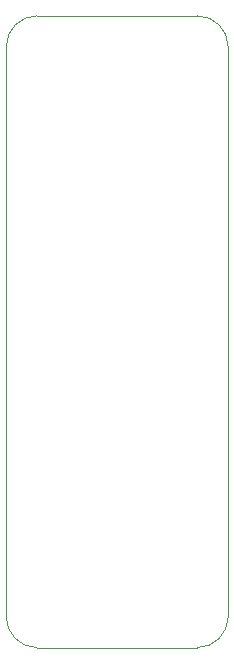
<source format=gbr>
%TF.GenerationSoftware,KiCad,Pcbnew,7.0.5*%
%TF.CreationDate,2024-01-22T19:42:54+02:00*%
%TF.ProjectId,Dual Comparator 8bit,4475616c-2043-46f6-9d70-617261746f72,rev?*%
%TF.SameCoordinates,Original*%
%TF.FileFunction,Profile,NP*%
%FSLAX46Y46*%
G04 Gerber Fmt 4.6, Leading zero omitted, Abs format (unit mm)*
G04 Created by KiCad (PCBNEW 7.0.5) date 2024-01-22 19:42:54*
%MOMM*%
%LPD*%
G01*
G04 APERTURE LIST*
%TA.AperFunction,Profile*%
%ADD10C,0.100000*%
%TD*%
G04 APERTURE END LIST*
D10*
%TO.C,J2*%
X87122000Y-106680000D02*
X87122000Y-58420000D01*
X89735732Y-55806268D02*
X103304267Y-55806267D01*
X103304268Y-109293732D02*
X89735733Y-109293733D01*
X105918000Y-106680000D02*
X105917999Y-58419999D01*
X89735732Y-55806268D02*
G75*
G03*
X87122000Y-58420000I-1J-2613731D01*
G01*
X87122000Y-106680000D02*
G75*
G03*
X89735733Y-109293733I2613729J-4D01*
G01*
X105917993Y-58419999D02*
G75*
G03*
X103304267Y-55806267I-2613723J9D01*
G01*
X103304268Y-109293730D02*
G75*
G03*
X105918000Y-106680000I2J2613730D01*
G01*
%TD*%
M02*

</source>
